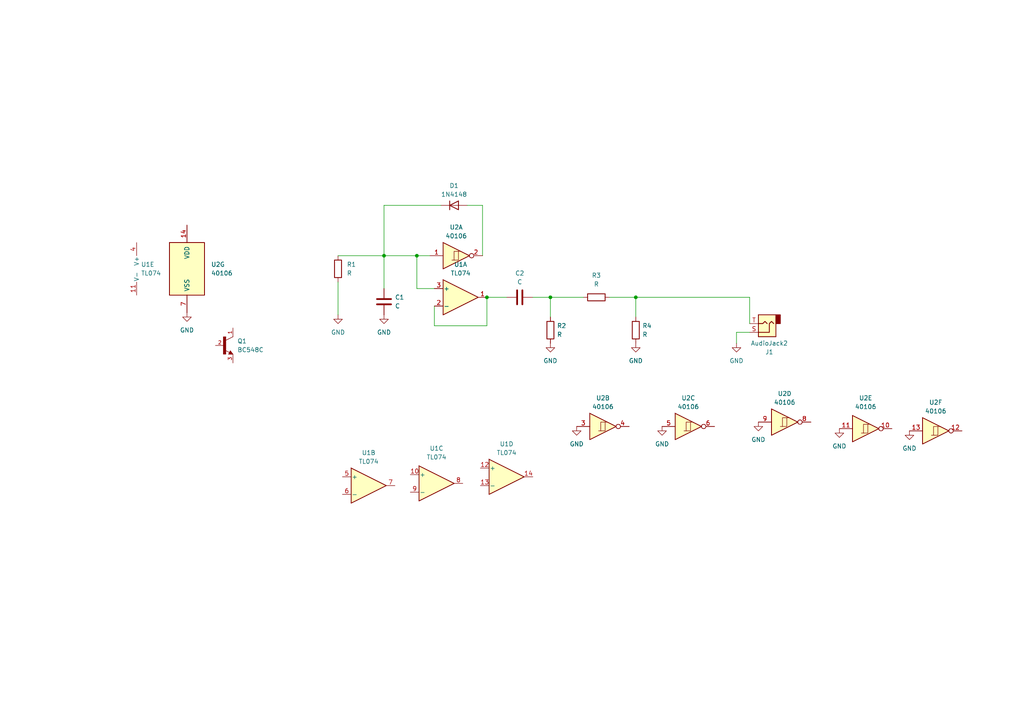
<source format=kicad_sch>
(kicad_sch (version 20230121) (generator eeschema)
  (paper "A4")
  (lib_symbols
    (symbol "4xxx:40106" (pin_names (offset 1.016))
      (property "Reference" "U" (at 0 1.27 0))
      (property "Value" "40106" (at 0 -1.27 0))
      (symbol "40106_1_0"
        (polyline (pts (xy -0.635 -1.27) (xy -0.635 1.27) (xy 0.635 1.27)))
        (polyline (pts (xy -3.81 3.81) (xy -3.81 -3.81) (xy 3.81 0) (xy -3.81 3.81)) (stroke (width 0.254)) (fill (type background)))
        (polyline (pts (xy -1.27 -1.27) (xy 0.635 -1.27) (xy 0.635 1.27) (xy 1.27 1.27)))
        (pin input line (at -7.62 0 0) (length 3.81) (name "~") (number "1"))
        (pin output inverted (at 7.62 0 180) (length 3.81) (name "~") (number "2"))
      )
      (symbol "40106_2_0"
        (polyline (pts (xy -0.635 -1.27) (xy -0.635 1.27) (xy 0.635 1.27)))
        (polyline (pts (xy -3.81 3.81) (xy -3.81 -3.81) (xy 3.81 0) (xy -3.81 3.81)) (stroke (width 0.254)) (fill (type background)))
        (polyline (pts (xy -1.27 -1.27) (xy 0.635 -1.27) (xy 0.635 1.27) (xy 1.27 1.27)))
        (pin input line (at -7.62 0 0) (length 3.81) (name "~") (number "3"))
        (pin output inverted (at 7.62 0 180) (length 3.81) (name "~") (number "4"))
      )
      (symbol "40106_3_0"
        (polyline (pts (xy -0.635 -1.27) (xy -0.635 1.27) (xy 0.635 1.27)))
        (polyline (pts (xy -3.81 3.81) (xy -3.81 -3.81) (xy 3.81 0) (xy -3.81 3.81)) (stroke (width 0.254)) (fill (type background)))
        (polyline (pts (xy -1.27 -1.27) (xy 0.635 -1.27) (xy 0.635 1.27) (xy 1.27 1.27)))
        (pin input line (at -7.62 0 0) (length 3.81) (name "~") (number "5"))
        (pin output inverted (at 7.62 0 180) (length 3.81) (name "~") (number "6"))
      )
      (symbol "40106_4_0"
        (polyline (pts (xy -0.635 -1.27) (xy -0.635 1.27) (xy 0.635 1.27)))
        (polyline (pts (xy -3.81 3.81) (xy -3.81 -3.81) (xy 3.81 0) (xy -3.81 3.81)) (stroke (width 0.254)) (fill (type background)))
        (polyline (pts (xy -1.27 -1.27) (xy 0.635 -1.27) (xy 0.635 1.27) (xy 1.27 1.27)))
        (pin output inverted (at 7.62 0 180) (length 3.81) (name "~") (number "8"))
        (pin input line (at -7.62 0 0) (length 3.81) (name "~") (number "9"))
      )
      (symbol "40106_5_0"
        (polyline (pts (xy -0.635 -1.27) (xy -0.635 1.27) (xy 0.635 1.27)))
        (polyline (pts (xy -3.81 3.81) (xy -3.81 -3.81) (xy 3.81 0) (xy -3.81 3.81)) (stroke (width 0.254)) (fill (type background)))
        (polyline (pts (xy -1.27 -1.27) (xy 0.635 -1.27) (xy 0.635 1.27) (xy 1.27 1.27)))
        (pin output inverted (at 7.62 0 180) (length 3.81) (name "~") (number "10"))
        (pin input line (at -7.62 0 0) (length 3.81) (name "~") (number "11"))
      )
      (symbol "40106_6_0"
        (polyline (pts (xy -0.635 -1.27) (xy -0.635 1.27) (xy 0.635 1.27)))
        (polyline (pts (xy -3.81 3.81) (xy -3.81 -3.81) (xy 3.81 0) (xy -3.81 3.81)) (stroke (width 0.254)) (fill (type background)))
        (polyline (pts (xy -1.27 -1.27) (xy 0.635 -1.27) (xy 0.635 1.27) (xy 1.27 1.27)))
        (pin output inverted (at 7.62 0 180) (length 3.81) (name "~") (number "12"))
        (pin input line (at -7.62 0 0) (length 3.81) (name "~") (number "13"))
      )
      (symbol "40106_7_0"
        (pin power_in line (at 0 12.7 270) (length 5.08) (name "VDD") (number "14"))
        (pin power_in line (at 0 -12.7 90) (length 5.08) (name "VSS") (number "7"))
      )
      (symbol "40106_7_1"
        (rectangle (start -5.08 7.62) (end 5.08 -7.62) (stroke (width 0.254)) (fill (type background)))
      )
    )
    (symbol "Amplifier_Operational:TL074" (pin_names (offset 0.127))
      (property "Reference" "U" (at 0 5.08 0))
      (property "Value" "TL074" (at 0 -5.08 0))
      (symbol "TL074_1_1"
        (polyline (pts (xy -5.08 5.08) (xy 5.08 0) (xy -5.08 -5.08) (xy -5.08 5.08)) (stroke (width 0.254)) (fill (type background)))
        (pin output line (at 7.62 0 180) (length 2.54) (name "~") (number "1"))
        (pin input line (at -7.62 -2.54 0) (length 2.54) (name "-") (number "2"))
        (pin input line (at -7.62 2.54 0) (length 2.54) (name "+") (number "3"))
      )
      (symbol "TL074_2_1"
        (polyline (pts (xy -5.08 5.08) (xy 5.08 0) (xy -5.08 -5.08) (xy -5.08 5.08)) (stroke (width 0.254)) (fill (type background)))
        (pin input line (at -7.62 2.54 0) (length 2.54) (name "+") (number "5"))
        (pin input line (at -7.62 -2.54 0) (length 2.54) (name "-") (number "6"))
        (pin output line (at 7.62 0 180) (length 2.54) (name "~") (number "7"))
      )
      (symbol "TL074_3_1"
        (polyline (pts (xy -5.08 5.08) (xy 5.08 0) (xy -5.08 -5.08) (xy -5.08 5.08)) (stroke (width 0.254)) (fill (type background)))
        (pin input line (at -7.62 2.54 0) (length 2.54) (name "+") (number "10"))
        (pin output line (at 7.62 0 180) (length 2.54) (name "~") (number "8"))
        (pin input line (at -7.62 -2.54 0) (length 2.54) (name "-") (number "9"))
      )
      (symbol "TL074_4_1"
        (polyline (pts (xy -5.08 5.08) (xy 5.08 0) (xy -5.08 -5.08) (xy -5.08 5.08)) (stroke (width 0.254)) (fill (type background)))
        (pin input line (at -7.62 2.54 0) (length 2.54) (name "+") (number "12"))
        (pin input line (at -7.62 -2.54 0) (length 2.54) (name "-") (number "13"))
        (pin output line (at 7.62 0 180) (length 2.54) (name "~") (number "14"))
      )
      (symbol "TL074_5_1"
        (pin power_in line (at -2.54 -7.62 90) (length 3.81) (name "V-") (number "11"))
        (pin power_in line (at -2.54 7.62 270) (length 3.81) (name "V+") (number "4"))
      )
    )
    (symbol "BC548C:BC548C" (pin_names (offset 1.016))
      (property "Reference" "Q" (at -10.16 7.62 0))
      (property "Value" "BC548C" (at -10.16 -7.62 0))
      (symbol "BC548C_0_0"
        (rectangle (start -0.254 -2.54) (end 0.508 2.54) (stroke (width 0.1)) (fill (type outline)))
        (polyline (pts (xy 1.54 -2.04) (xy 0.308 -1.424)) (stroke (width 0.1524)))
        (polyline (pts (xy 2.54 2.54) (xy 0.508 1.524)) (stroke (width 0.1524)))
        (polyline (pts (xy 1.27 -2.54) (xy 1.778 -1.524) (xy 2.54 -2.54) (xy 1.27 -2.54)) (stroke (width 0.1524)) (fill (type outline)))
        (pin passive line (at 2.54 5.08 270) (length 2.54) (name "~") (number "1"))
        (pin passive line (at -2.54 0 0) (length 2.54) (name "~") (number "2"))
        (pin passive line (at 2.54 -5.08 90) (length 2.54) (name "~") (number "3"))
      )
    )
    (symbol "Connector_Audio:AudioJack2"
      (property "Reference" "J" (at 0 8.89 0))
      (property "Value" "AudioJack2" (at 0 6.35 0))
      (symbol "AudioJack2_0_1"
        (rectangle (start -3.81 0) (end -2.54 -2.54) (stroke (width 0.254)) (fill (type outline)))
        (rectangle (start -2.54 3.81) (end 2.54 -2.54) (stroke (width 0.254)) (fill (type background)))
        (polyline (pts (xy 0 0) (xy 0.635 -0.635) (xy 1.27 0) (xy 2.54 0)) (stroke (width 0.254)))
        (polyline (pts (xy 2.54 2.54) (xy -0.635 2.54) (xy -0.635 0) (xy -1.27 -0.635) (xy -1.905 0)) (stroke (width 0.254)))
      )
      (symbol "AudioJack2_1_1"
        (pin passive line (at 5.08 2.54 180) (length 2.54) (name "~") (number "S"))
        (pin passive line (at 5.08 0 180) (length 2.54) (name "~") (number "T"))
      )
    )
    (symbol "Device:C" (pin_numbers hide) (pin_names (offset 0.254))
      (property "Reference" "C" (at 0.635 2.54 0))
      (property "Value" "C" (at 0.635 -2.54 0))
      (symbol "C_0_1"
        (polyline (pts (xy -2.032 -0.762) (xy 2.032 -0.762)) (stroke (width 0.508)))
        (polyline (pts (xy -2.032 0.762) (xy 2.032 0.762)) (stroke (width 0.508)))
      )
      (symbol "C_1_1"
        (pin passive line (at 0 3.81 270) (length 2.794) (name "~") (number "1"))
        (pin passive line (at 0 -3.81 90) (length 2.794) (name "~") (number "2"))
      )
    )
    (symbol "Device:R" (pin_numbers hide) (pin_names (offset 0))
      (property "Reference" "R" (at 2.032 0 90))
      (property "Value" "R" (at 0 0 90))
      (symbol "R_0_1"
        (rectangle (start -1.016 -2.54) (end 1.016 2.54) (stroke (width 0.254)))
      )
      (symbol "R_1_1"
        (pin passive line (at 0 3.81 270) (length 1.27) (name "~") (number "1"))
        (pin passive line (at 0 -3.81 90) (length 1.27) (name "~") (number "2"))
      )
    )
    (symbol "Diode:1N4148" (pin_numbers hide) (pin_names hide)
      (property "Reference" "D" (at 0 2.54 0))
      (property "Value" "1N4148" (at 0 -2.54 0))
      (symbol "1N4148_0_1"
        (polyline (pts (xy -1.27 1.27) (xy -1.27 -1.27)) (stroke (width 0.254)))
        (polyline (pts (xy 1.27 0) (xy -1.27 0)))
        (polyline (pts (xy 1.27 1.27) (xy 1.27 -1.27) (xy -1.27 0) (xy 1.27 1.27)) (stroke (width 0.254)))
      )
      (symbol "1N4148_1_1"
        (pin passive line (at -3.81 0 0) (length 2.54) (name "K") (number "1"))
        (pin passive line (at 3.81 0 180) (length 2.54) (name "A") (number "2"))
      )
    )
    (symbol "power:GND" (power) (pin_names (offset 0))
      (property "Value" "GND" (at 0 -3.81 0))
      (symbol "GND_0_1"
        (polyline (pts (xy 0 0) (xy 0 -1.27) (xy 1.27 -1.27) (xy 0 -2.54) (xy -1.27 -1.27) (xy 0 -1.27)))
      )
      (symbol "GND_1_1"
        (pin power_in line (at 0 0 270) (length 0) hide (name "GND") (number "1"))
      )
    )
  )
  (junction (at 141.224 86.233))
  (junction (at 120.904 74.168))
  (junction (at 159.639 86.233))
  (junction (at 111.379 74.168))
  (junction (at 184.404 86.233))
  (wire (pts (xy 125.984 94.488) (xy 125.984 88.773)))
  (wire (pts (xy 176.784 86.233) (xy 184.404 86.233)))
  (wire (pts (xy 98.044 74.168) (xy 111.379 74.168)))
  (wire (pts (xy 111.379 74.168) (xy 111.379 83.693)))
  (wire (pts (xy 141.224 86.233) (xy 146.939 86.233)))
  (wire (pts (xy 159.639 86.233) (xy 169.164 86.233)))
  (wire (pts (xy 120.904 83.693) (xy 125.984 83.693)))
  (wire (pts (xy 141.224 86.233) (xy 141.224 94.488)))
  (wire (pts (xy 159.639 86.233) (xy 159.639 91.948)))
  (wire (pts (xy 127.889 59.563) (xy 111.379 59.563)))
  (wire (pts (xy 184.404 86.233) (xy 184.404 91.948)))
  (wire (pts (xy 98.044 81.788) (xy 98.044 91.313)))
  (wire (pts (xy 141.224 94.488) (xy 125.984 94.488)))
  (wire (pts (xy 120.904 74.168) (xy 124.714 74.168)))
  (wire (pts (xy 213.614 96.393) (xy 213.614 99.568)))
  (wire (pts (xy 139.954 59.563) (xy 135.509 59.563)))
  (wire (pts (xy 139.954 74.168) (xy 139.954 59.563)))
  (wire (pts (xy 154.559 86.233) (xy 159.639 86.233)))
  (wire (pts (xy 184.404 86.233) (xy 217.424 86.233)))
  (wire (pts (xy 111.379 74.168) (xy 120.904 74.168)))
  (wire (pts (xy 217.424 96.393) (xy 213.614 96.393)))
  (wire (pts (xy 120.904 74.168) (xy 120.904 83.693)))
  (wire (pts (xy 111.379 59.563) (xy 111.379 74.168)))
  (wire (pts (xy 217.424 86.233) (xy 217.424 93.853)))
  (symbol (lib_id "Amplifier_Operational:TL074") (at 126.619 140.208 0) (unit 3)
    (property "Reference" "U1" (at 126.619 130.048 0))
    (property "Value" "TL074" (at 126.619 132.588 0))
    (property "Footprint" "TL074CN:DIP794W45P254L1969H508Q14" (effects hide))
    (property "Datasheet" "http://www.ti.com/lit/ds/symlink/tl071.pdf" (effects hide))
  )
  (symbol (lib_id "power:GND") (at 184.404 99.568 0) (unit 1)
    (property "Reference" "#PWR06" (effects hide))
    (property "Value" "GND" (at 184.404 104.648 0))
  )
  (symbol (lib_id "power:GND") (at 213.614 99.568 0) (unit 1)
    (property "Reference" "#PWR08" (effects hide))
    (property "Value" "GND" (at 213.614 104.648 0))
  )
  (symbol (lib_id "4xxx:40106") (at 251.079 124.333 0) (unit 5)
    (property "Reference" "U2" (at 251.079 115.443 0))
    (property "Value" "40106" (at 251.079 117.983 0))
    (property "Footprint" "CD40106BE:DIP794W45P254L1969H508Q14" (effects hide))
    (property "Datasheet" "https://assets.nexperia.com/documents/data-sheet/HEF40106B.pdf" (effects hide))
  )
  (symbol (lib_id "Device:R") (at 98.044 77.978 0) (unit 1)
    (property "Reference" "R1" (at 100.584 76.708 0) (effects (justify left)))
    (property "Value" "R" (at 100.584 79.248 0) (effects (justify left)))
    (property "Footprint" "Resistor_THT:R_Axial_DIN0207_L6.3mm_D2.5mm_P2.54mm_Vertical" (effects hide))
  )
  (symbol (lib_id "Amplifier_Operational:TL074") (at 146.939 138.303 0) (unit 4)
    (property "Reference" "U1" (at 146.939 128.778 0))
    (property "Value" "TL074" (at 146.939 131.318 0))
    (property "Footprint" "TL074CN:DIP794W45P254L1969H508Q14" (effects hide))
    (property "Datasheet" "http://www.ti.com/lit/ds/symlink/tl071.pdf" (effects hide))
  )
  (symbol (lib_id "Connector_Audio:AudioJack2") (at 222.504 93.853 180) (unit 1)
    (property "Reference" "J1" (at 223.139 102.108 0))
    (property "Value" "AudioJack2" (at 223.139 99.568 0))
    (property "Footprint" "Connector_Audio:Jack_6.35mm_Neutrik_NJ2FD-V_Vertical" (effects hide))
  )
  (symbol (lib_id "power:GND") (at 167.259 123.698 0) (unit 1)
    (property "Reference" "#PWR05" (effects hide))
    (property "Value" "GND" (at 167.259 128.778 0))
  )
  (symbol (lib_id "4xxx:40106") (at 174.879 123.698 0) (unit 2)
    (property "Reference" "U2" (at 174.879 115.443 0))
    (property "Value" "40106" (at 174.879 117.983 0))
    (property "Footprint" "CD40106BE:DIP794W45P254L1969H508Q14" (effects hide))
    (property "Datasheet" "https://assets.nexperia.com/documents/data-sheet/HEF40106B.pdf" (effects hide))
  )
  (symbol (lib_id "4xxx:40106") (at 199.644 123.698 0) (unit 3)
    (property "Reference" "U2" (at 199.644 115.443 0))
    (property "Value" "40106" (at 199.644 117.983 0))
    (property "Footprint" "CD40106BE:DIP794W45P254L1969H508Q14" (effects hide))
    (property "Datasheet" "https://assets.nexperia.com/documents/data-sheet/HEF40106B.pdf" (effects hide))
  )
  (symbol (lib_id "Device:R") (at 172.974 86.233 90) (unit 1)
    (property "Reference" "R3" (at 172.974 79.883 90))
    (property "Value" "R" (at 172.974 82.423 90))
    (property "Footprint" "Resistor_THT:R_Axial_DIN0207_L6.3mm_D2.5mm_P2.54mm_Vertical" (effects hide))
  )
  (symbol (lib_id "power:GND") (at 219.964 122.428 0) (unit 1)
    (property "Reference" "#PWR09" (effects hide))
    (property "Value" "GND" (at 219.964 127.508 0))
  )
  (symbol (lib_id "BC548C:BC548C") (at 65.024 100.203 0) (unit 1)
    (property "Reference" "Q1" (at 68.834 98.933 0) (effects (justify left)))
    (property "Value" "BC548C" (at 68.834 101.473 0) (effects (justify left)))
    (property "Footprint" "BC548C:TO92250P510H770-3" (effects hide))
    (property "MF" "ON" (effects hide))
    (property "Purchase-URL" "https://www.snapeda.com/api/url_track_click_mouser/?unipart_id=455158&manufacturer=ON&part_name=BC548C&search_term=None" (effects hide))
    (property "Package" "E-PKG AXIAL-LEADED-2 ON Semiconductor" (effects hide))
    (property "Price" "None" (effects hide))
    (property "Check_prices" "https://www.snapeda.com/parts/BC548C/Onsemi/view-part/?ref=eda" (effects hide))
    (property "SnapEDA_Link" "https://www.snapeda.com/parts/BC548C/Onsemi/view-part/?ref=snap" (effects hide))
    (property "MP" "BC548C" (effects hide))
    (property "Availability" "In Stock" (effects hide))
    (property "Description" "\nBipolar (BJT) Transistor NPN 30 V 100 mA 300MHz 625 mW Through Hole TO-92 (TO-226)\n" (effects hide))
  )
  (symbol (lib_id "Amplifier_Operational:TL074") (at 42.164 77.978 0) (unit 5)
    (property "Reference" "U1" (at 40.894 76.708 0) (effects (justify left)))
    (property "Value" "TL074" (at 40.894 79.248 0) (effects (justify left)))
    (property "Footprint" "TL074CN:DIP794W45P254L1969H508Q14" (effects hide))
    (property "Datasheet" "http://www.ti.com/lit/ds/symlink/tl071.pdf" (effects hide))
  )
  (symbol (lib_id "Device:R") (at 184.404 95.758 180) (unit 1)
    (property "Reference" "R4" (at 186.309 94.488 0) (effects (justify right)))
    (property "Value" "R" (at 186.309 97.028 0) (effects (justify right)))
    (property "Footprint" "Resistor_THT:R_Axial_DIN0207_L6.3mm_D2.5mm_P2.54mm_Vertical" (effects hide))
  )
  (symbol (lib_id "Device:R") (at 159.639 95.758 180) (unit 1)
    (property "Reference" "R2" (at 161.544 94.488 0) (effects (justify right)))
    (property "Value" "R" (at 161.544 97.028 0) (effects (justify right)))
    (property "Footprint" "Resistor_THT:R_Axial_DIN0207_L6.3mm_D2.5mm_P2.54mm_Vertical" (effects hide))
  )
  (symbol (lib_id "4xxx:40106") (at 54.229 77.978 0) (unit 7)
    (property "Reference" "U2" (at 61.214 76.708 0) (effects (justify left)))
    (property "Value" "40106" (at 61.214 79.248 0) (effects (justify left)))
    (property "Footprint" "CD40106BE:DIP794W45P254L1969H508Q14" (effects hide))
    (property "Datasheet" "https://assets.nexperia.com/documents/data-sheet/HEF40106B.pdf" (effects hide))
  )
  (symbol (lib_id "4xxx:40106") (at 227.584 122.428 0) (unit 4)
    (property "Reference" "U2" (at 227.584 114.173 0))
    (property "Value" "40106" (at 227.584 116.713 0))
    (property "Footprint" "CD40106BE:DIP794W45P254L1969H508Q14" (effects hide))
    (property "Datasheet" "https://assets.nexperia.com/documents/data-sheet/HEF40106B.pdf" (effects hide))
  )
  (symbol (lib_id "Amplifier_Operational:TL074") (at 106.934 140.843 0) (unit 2)
    (property "Reference" "U1" (at 106.934 131.318 0))
    (property "Value" "TL074" (at 106.934 133.858 0))
    (property "Footprint" "TL074CN:DIP794W45P254L1969H508Q14" (effects hide))
    (property "Datasheet" "http://www.ti.com/lit/ds/symlink/tl071.pdf" (effects hide))
  )
  (symbol (lib_id "Amplifier_Operational:TL074") (at 133.604 86.233 0) (unit 1)
    (property "Reference" "U1" (at 133.604 76.708 0))
    (property "Value" "TL074" (at 133.604 79.248 0))
    (property "Footprint" "TL074CN:DIP794W45P254L1969H508Q14" (effects hide))
    (property "Datasheet" "http://www.ti.com/lit/ds/symlink/tl071.pdf" (effects hide))
  )
  (symbol (lib_id "power:GND") (at 111.379 91.313 0) (unit 1)
    (property "Reference" "#PWR03" (effects hide))
    (property "Value" "GND" (at 111.379 96.393 0))
  )
  (symbol (lib_id "4xxx:40106") (at 271.399 124.968 0) (unit 6)
    (property "Reference" "U2" (at 271.399 116.713 0))
    (property "Value" "40106" (at 271.399 119.253 0))
    (property "Footprint" "CD40106BE:DIP794W45P254L1969H508Q14" (effects hide))
    (property "Datasheet" "https://assets.nexperia.com/documents/data-sheet/HEF40106B.pdf" (effects hide))
  )
  (symbol (lib_id "power:GND") (at 159.639 99.568 0) (unit 1)
    (property "Reference" "#PWR04" (effects hide))
    (property "Value" "GND" (at 159.639 104.648 0))
  )
  (symbol (lib_id "Device:C") (at 150.749 86.233 90) (unit 1)
    (property "Reference" "C2" (at 150.749 79.248 90))
    (property "Value" "C" (at 150.749 81.788 90))
    (property "Footprint" "Capacitor_THT:C_Disc_D5.1mm_W3.2mm_P5.00mm" (effects hide))
  )
  (symbol (lib_id "power:GND") (at 192.024 123.698 0) (unit 1)
    (property "Reference" "#PWR07" (effects hide))
    (property "Value" "GND" (at 192.024 128.778 0))
  )
  (symbol (lib_id "Device:C") (at 111.379 87.503 0) (unit 1)
    (property "Reference" "C1" (at 114.554 86.233 0) (effects (justify left)))
    (property "Value" "C" (at 114.554 88.773 0) (effects (justify left)))
    (property "Footprint" "Capacitor_THT:C_Disc_D5.1mm_W3.2mm_P5.00mm" (effects hide))
  )
  (symbol (lib_id "power:GND") (at 98.044 91.313 0) (unit 1)
    (property "Reference" "#PWR02" (effects hide))
    (property "Value" "GND" (at 98.044 96.393 0))
  )
  (symbol (lib_id "4xxx:40106") (at 132.334 74.168 0) (unit 1)
    (property "Reference" "U2" (at 132.334 65.913 0))
    (property "Value" "40106" (at 132.334 68.453 0))
    (property "Footprint" "CD40106BE:DIP794W45P254L1969H508Q14" (effects hide))
    (property "Datasheet" "https://assets.nexperia.com/documents/data-sheet/HEF40106B.pdf" (effects hide))
  )
  (symbol (lib_id "Diode:1N4148") (at 131.699 59.563 0) (unit 1)
    (property "Reference" "D1" (at 131.699 53.848 0))
    (property "Value" "1N4148" (at 131.699 56.388 0))
    (property "Footprint" "Diode_THT:D_DO-35_SOD27_P7.62mm_Horizontal" (effects hide))
    (property "Datasheet" "https://assets.nexperia.com/documents/data-sheet/1N4148_1N4448.pdf" (effects hide))
    (property "Sim.Device" "D" (effects hide))
    (property "Sim.Pins" "1=K 2=A" (effects hide))
  )
  (symbol (lib_id "power:GND") (at 263.779 124.968 0) (unit 1)
    (property "Reference" "#PWR011" (effects hide))
    (property "Value" "GND" (at 263.779 130.048 0))
  )
  (symbol (lib_id "power:GND") (at 54.229 90.678 0) (unit 1)
    (property "Reference" "#PWR01" (effects hide))
    (property "Value" "GND" (at 54.229 95.758 0))
  )
  (symbol (lib_id "power:GND") (at 243.459 124.333 0) (unit 1)
    (property "Reference" "#PWR010" (effects hide))
    (property "Value" "GND" (at 243.459 129.413 0))
  )
)
</source>
